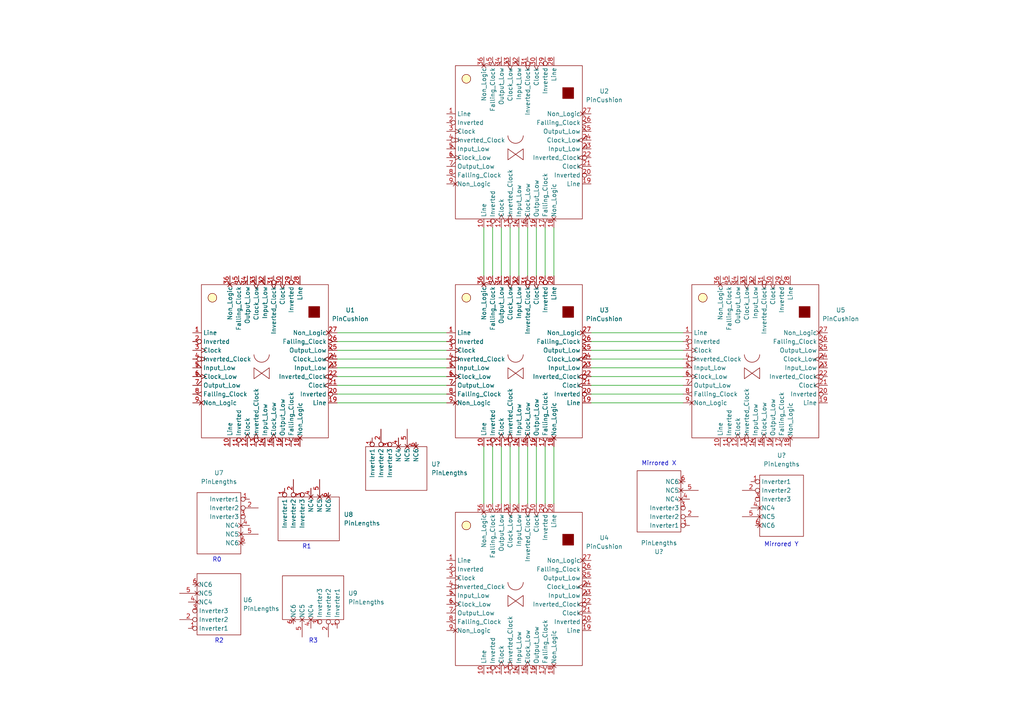
<source format=kicad_sch>
(kicad_sch (version 20211123) (generator eeschema)
  (paper "A4")
  (lib_symbols
    (symbol "PinCushion_1"
      (property "Reference" "U?" (at 22.86 23.495 0))
      (property "Value" "PinCushion_1" (at -18.415 -23.495 0))
      (symbol "PinCushion_1_0_1"
        (rectangle (start -12.7 21.59) (end 24.13 -22.86))
        (circle (center -9.525 17.78) (radius 1.27) (fill (type background)))
        (polyline (pts (xy 2.54 -2.54) (xy 6.985 -5.715) (xy 6.985 -2.54) (xy 2.54 -5.715) (xy 2.54 -2.54)))
        (arc (start 2.54 1.27) (mid 4.7625 -0.9893) (end 6.985 1.27))
        (rectangle (start 18.415 15.24) (end 21.59 12.065) (fill (type outline)))
      )
      (symbol "PinCushion_1_1_1"
        (pin bidirectional line (at -15.24 7.62 0) (length 2.54) (name "Line") (number "1"))
        (pin bidirectional line (at -4.445 -25.4 90) (length 2.54) (name "Line") (number "10"))
        (pin bidirectional inverted (at -1.905 -25.4 90) (length 2.54) (name "Inverted") (number "11"))
        (pin bidirectional clock (at 0.635 -25.4 90) (length 2.54) (name "Clock") (number "12"))
        (pin bidirectional inverted_clock (at 3.175 -25.4 90) (length 2.54) (name "Inverted_Clock") (number "13"))
        (pin bidirectional input_low (at 5.715 -25.4 90) (length 2.54) (name "Input_Low") (number "14"))
        (pin bidirectional clock_low (at 8.255 -25.4 90) (length 2.54) (name "Clock_Low") (number "15"))
        (pin bidirectional output_low (at 10.795 -25.4 90) (length 2.54) (name "Output_Low") (number "16"))
        (pin bidirectional edge_clock_high (at 13.335 -25.4 90) (length 2.54) (name "Falling_Clock") (number "17"))
        (pin bidirectional non_logic (at 15.875 -25.4 90) (length 2.54) (name "Non_Logic") (number "18"))
        (pin bidirectional line (at 26.67 -12.7 180) (length 2.54) (name "Line") (number "19"))
        (pin bidirectional inverted (at -15.24 5.08 0) (length 2.54) (name "Inverted") (number "2"))
        (pin bidirectional inverted (at 26.67 -10.16 180) (length 2.54) (name "Inverted") (number "20"))
        (pin bidirectional clock (at 26.67 -7.62 180) (length 2.54) (name "Clock") (number "21"))
        (pin bidirectional inverted_clock (at 26.67 -5.08 180) (length 2.54) (name "Inverted_Clock") (number "22"))
        (pin bidirectional input_low (at 26.67 -2.54 180) (length 2.54) (name "Input_Low") (number "23"))
        (pin bidirectional clock_low (at 26.67 0 180) (length 2.54) (name "Clock_Low") (number "24"))
        (pin bidirectional output_low (at 26.67 2.54 180) (length 2.54) (name "Output_Low") (number "25"))
        (pin bidirectional edge_clock_high (at 26.67 5.08 180) (length 2.54) (name "Falling_Clock") (number "26"))
        (pin bidirectional non_logic (at 26.67 7.62 180) (length 2.54) (name "Non_Logic") (number "27"))
        (pin bidirectional line (at 15.875 24.13 270) (length 2.54) (name "Line") (number "28"))
        (pin bidirectional inverted (at 13.335 24.13 270) (length 2.54) (name "Inverted") (number "29"))
        (pin bidirectional clock (at -15.24 2.54 0) (length 2.54) (name "Clock") (number "3"))
        (pin bidirectional clock (at 10.795 24.13 270) (length 2.54) (name "Clock") (number "30"))
        (pin bidirectional inverted_clock (at 8.255 24.13 270) (length 2.54) (name "Inverted_Clock") (number "31"))
        (pin bidirectional input_low (at 5.715 24.13 270) (length 2.54) (name "Input_Low") (number "32"))
        (pin bidirectional clock_low (at 3.175 24.13 270) (length 2.54) (name "Clock_Low") (number "33"))
        (pin bidirectional output_low (at 0.635 24.13 270) (length 2.54) (name "Output_Low") (number "34"))
        (pin bidirectional non_logic (at -4.445 24.13 270) (length 2.54) (name "Non_Logic") (number "36"))
        (pin bidirectional inverted_clock (at -15.24 0 0) (length 2.54) (name "Inverted_Clock") (number "4"))
        (pin bidirectional edge_clock_high (at -1.905 24.13 270) (length 2.54) (name "Falling_Clock") (number "45"))
        (pin bidirectional input_low (at -15.24 -2.54 0) (length 2.54) (name "Input_Low") (number "5"))
        (pin bidirectional clock_low (at -15.24 -5.08 0) (length 2.54) (name "Clock_Low") (number "6"))
        (pin bidirectional output_low (at -15.24 -7.62 0) (length 2.54) (name "Output_Low") (number "7"))
        (pin bidirectional edge_clock_high (at -15.24 -10.16 0) (length 2.54) (name "Falling_Clock") (number "8"))
        (pin bidirectional non_logic (at -15.24 -12.7 0) (length 2.54) (name "Non_Logic") (number "9"))
      )
    )
    (symbol "PinCushion_2"
      (property "Reference" "U?" (at 22.86 23.495 0))
      (property "Value" "PinCushion_2" (at -18.415 -23.495 0))
      (symbol "PinCushion_2_0_1"
        (rectangle (start -12.7 21.59) (end 24.13 -22.86))
        (circle (center -9.525 17.78) (radius 1.27) (fill (type background)))
        (polyline (pts (xy 2.54 -2.54) (xy 6.985 -5.715) (xy 6.985 -2.54) (xy 2.54 -5.715) (xy 2.54 -2.54)))
        (arc (start 2.54 1.27) (mid 4.7625 -0.9893) (end 6.985 1.27))
        (rectangle (start 18.415 15.24) (end 21.59 12.065) (fill (type outline)))
      )
      (symbol "PinCushion_2_1_1"
        (pin bidirectional line (at -15.24 7.62 0) (length 2.54) (name "Line") (number "1"))
        (pin bidirectional line (at -4.445 -25.4 90) (length 2.54) (name "Line") (number "10"))
        (pin bidirectional inverted (at -1.905 -25.4 90) (length 2.54) (name "Inverted") (number "11"))
        (pin bidirectional clock (at 0.635 -25.4 90) (length 2.54) (name "Clock") (number "12"))
        (pin bidirectional inverted_clock (at 3.175 -25.4 90) (length 2.54) (name "Inverted_Clock") (number "13"))
        (pin bidirectional input_low (at 5.715 -25.4 90) (length 2.54) (name "Input_Low") (number "14"))
        (pin bidirectional clock_low (at 8.255 -25.4 90) (length 2.54) (name "Clock_Low") (number "15"))
        (pin bidirectional output_low (at 10.795 -25.4 90) (length 2.54) (name "Output_Low") (number "16"))
        (pin bidirectional edge_clock_high (at 13.335 -25.4 90) (length 2.54) (name "Falling_Clock") (number "17"))
        (pin bidirectional non_logic (at 15.875 -25.4 90) (length 2.54) (name "Non_Logic") (number "18"))
        (pin bidirectional line (at 26.67 -12.7 180) (length 2.54) (name "Line") (number "19"))
        (pin bidirectional inverted (at -15.24 5.08 0) (length 2.54) (name "Inverted") (number "2"))
        (pin bidirectional inverted (at 26.67 -10.16 180) (length 2.54) (name "Inverted") (number "20"))
        (pin bidirectional clock (at 26.67 -7.62 180) (length 2.54) (name "Clock") (number "21"))
        (pin bidirectional inverted_clock (at 26.67 -5.08 180) (length 2.54) (name "Inverted_Clock") (number "22"))
        (pin bidirectional input_low (at 26.67 -2.54 180) (length 2.54) (name "Input_Low") (number "23"))
        (pin bidirectional clock_low (at 26.67 0 180) (length 2.54) (name "Clock_Low") (number "24"))
        (pin bidirectional output_low (at 26.67 2.54 180) (length 2.54) (name "Output_Low") (number "25"))
        (pin bidirectional edge_clock_high (at 26.67 5.08 180) (length 2.54) (name "Falling_Clock") (number "26"))
        (pin bidirectional non_logic (at 26.67 7.62 180) (length 2.54) (name "Non_Logic") (number "27"))
        (pin bidirectional line (at 15.875 24.13 270) (length 2.54) (name "Line") (number "28"))
        (pin bidirectional inverted (at 13.335 24.13 270) (length 2.54) (name "Inverted") (number "29"))
        (pin bidirectional clock (at -15.24 2.54 0) (length 2.54) (name "Clock") (number "3"))
        (pin bidirectional clock (at 10.795 24.13 270) (length 2.54) (name "Clock") (number "30"))
        (pin bidirectional inverted_clock (at 8.255 24.13 270) (length 2.54) (name "Inverted_Clock") (number "31"))
        (pin bidirectional input_low (at 5.715 24.13 270) (length 2.54) (name "Input_Low") (number "32"))
        (pin bidirectional clock_low (at 3.175 24.13 270) (length 2.54) (name "Clock_Low") (number "33"))
        (pin bidirectional output_low (at 0.635 24.13 270) (length 2.54) (name "Output_Low") (number "34"))
        (pin bidirectional non_logic (at -4.445 24.13 270) (length 2.54) (name "Non_Logic") (number "36"))
        (pin bidirectional inverted_clock (at -15.24 0 0) (length 2.54) (name "Inverted_Clock") (number "4"))
        (pin bidirectional edge_clock_high (at -1.905 24.13 270) (length 2.54) (name "Falling_Clock") (number "45"))
        (pin bidirectional input_low (at -15.24 -2.54 0) (length 2.54) (name "Input_Low") (number "5"))
        (pin bidirectional clock_low (at -15.24 -5.08 0) (length 2.54) (name "Clock_Low") (number "6"))
        (pin bidirectional output_low (at -15.24 -7.62 0) (length 2.54) (name "Output_Low") (number "7"))
        (pin bidirectional edge_clock_high (at -15.24 -10.16 0) (length 2.54) (name "Falling_Clock") (number "8"))
        (pin bidirectional non_logic (at -15.24 -12.7 0) (length 2.54) (name "Non_Logic") (number "9"))
      )
    )
    (symbol "PinCushion_3"
      (property "Reference" "U?" (at 22.86 23.495 0))
      (property "Value" "PinCushion_3" (at -18.415 -23.495 0))
      (symbol "PinCushion_3_0_1"
        (rectangle (start -12.7 21.59) (end 24.13 -22.86))
        (circle (center -9.525 17.78) (radius 1.27) (fill (type background)))
        (polyline (pts (xy 2.54 -2.54) (xy 6.985 -5.715) (xy 6.985 -2.54) (xy 2.54 -5.715) (xy 2.54 -2.54)))
        (arc (start 2.54 1.27) (mid 4.7625 -0.9893) (end 6.985 1.27))
        (rectangle (start 18.415 15.24) (end 21.59 12.065) (fill (type outline)))
      )
      (symbol "PinCushion_3_1_1"
        (pin bidirectional line (at -15.24 7.62 0) (length 2.54) (name "Line") (number "1"))
        (pin bidirectional line (at -4.445 -25.4 90) (length 2.54) (name "Line") (number "10"))
        (pin bidirectional inverted (at -1.905 -25.4 90) (length 2.54) (name "Inverted") (number "11"))
        (pin bidirectional clock (at 0.635 -25.4 90) (length 2.54) (name "Clock") (number "12"))
        (pin bidirectional inverted_clock (at 3.175 -25.4 90) (length 2.54) (name "Inverted_Clock") (number "13"))
        (pin bidirectional input_low (at 5.715 -25.4 90) (length 2.54) (name "Input_Low") (number "14"))
        (pin bidirectional clock_low (at 8.255 -25.4 90) (length 2.54) (name "Clock_Low") (number "15"))
        (pin bidirectional output_low (at 10.795 -25.4 90) (length 2.54) (name "Output_Low") (number "16"))
        (pin bidirectional edge_clock_high (at 13.335 -25.4 90) (length 2.54) (name "Falling_Clock") (number "17"))
        (pin bidirectional non_logic (at 15.875 -25.4 90) (length 2.54) (name "Non_Logic") (number "18"))
        (pin bidirectional line (at 26.67 -12.7 180) (length 2.54) (name "Line") (number "19"))
        (pin bidirectional inverted (at -15.24 5.08 0) (length 2.54) (name "Inverted") (number "2"))
        (pin bidirectional inverted (at 26.67 -10.16 180) (length 2.54) (name "Inverted") (number "20"))
        (pin bidirectional clock (at 26.67 -7.62 180) (length 2.54) (name "Clock") (number "21"))
        (pin bidirectional inverted_clock (at 26.67 -5.08 180) (length 2.54) (name "Inverted_Clock") (number "22"))
        (pin bidirectional input_low (at 26.67 -2.54 180) (length 2.54) (name "Input_Low") (number "23"))
        (pin bidirectional clock_low (at 26.67 0 180) (length 2.54) (name "Clock_Low") (number "24"))
        (pin bidirectional output_low (at 26.67 2.54 180) (length 2.54) (name "Output_Low") (number "25"))
        (pin bidirectional edge_clock_high (at 26.67 5.08 180) (length 2.54) (name "Falling_Clock") (number "26"))
        (pin bidirectional non_logic (at 26.67 7.62 180) (length 2.54) (name "Non_Logic") (number "27"))
        (pin bidirectional line (at 15.875 24.13 270) (length 2.54) (name "Line") (number "28"))
        (pin bidirectional inverted (at 13.335 24.13 270) (length 2.54) (name "Inverted") (number "29"))
        (pin bidirectional clock (at -15.24 2.54 0) (length 2.54) (name "Clock") (number "3"))
        (pin bidirectional clock (at 10.795 24.13 270) (length 2.54) (name "Clock") (number "30"))
        (pin bidirectional inverted_clock (at 8.255 24.13 270) (length 2.54) (name "Inverted_Clock") (number "31"))
        (pin bidirectional input_low (at 5.715 24.13 270) (length 2.54) (name "Input_Low") (number "32"))
        (pin bidirectional clock_low (at 3.175 24.13 270) (length 2.54) (name "Clock_Low") (number "33"))
        (pin bidirectional output_low (at 0.635 24.13 270) (length 2.54) (name "Output_Low") (number "34"))
        (pin bidirectional non_logic (at -4.445 24.13 270) (length 2.54) (name "Non_Logic") (number "36"))
        (pin bidirectional inverted_clock (at -15.24 0 0) (length 2.54) (name "Inverted_Clock") (number "4"))
        (pin bidirectional edge_clock_high (at -1.905 24.13 270) (length 2.54) (name "Falling_Clock") (number "45"))
        (pin bidirectional input_low (at -15.24 -2.54 0) (length 2.54) (name "Input_Low") (number "5"))
        (pin bidirectional clock_low (at -15.24 -5.08 0) (length 2.54) (name "Clock_Low") (number "6"))
        (pin bidirectional output_low (at -15.24 -7.62 0) (length 2.54) (name "Output_Low") (number "7"))
        (pin bidirectional edge_clock_high (at -15.24 -10.16 0) (length 2.54) (name "Falling_Clock") (number "8"))
        (pin bidirectional non_logic (at -15.24 -12.7 0) (length 2.54) (name "Non_Logic") (number "9"))
      )
    )
    (symbol "PinCushion_4"
      (property "Reference" "U?" (at 22.86 23.495 0))
      (property "Value" "PinCushion_4" (at -18.415 -23.495 0))
      (symbol "PinCushion_4_0_1"
        (rectangle (start -12.7 21.59) (end 24.13 -22.86))
        (circle (center -9.525 17.78) (radius 1.27) (fill (type background)))
        (polyline (pts (xy 2.54 -2.54) (xy 6.985 -5.715) (xy 6.985 -2.54) (xy 2.54 -5.715) (xy 2.54 -2.54)))
        (arc (start 2.54 1.27) (mid 4.7625 -0.9893) (end 6.985 1.27))
        (rectangle (start 18.415 15.24) (end 21.59 12.065) (fill (type outline)))
      )
      (symbol "PinCushion_4_1_1"
        (pin bidirectional line (at -15.24 7.62 0) (length 2.54) (name "Line") (number "1"))
        (pin bidirectional line (at -4.445 -25.4 90) (length 2.54) (name "Line") (number "10"))
        (pin bidirectional inverted (at -1.905 -25.4 90) (length 2.54) (name "Inverted") (number "11"))
        (pin bidirectional clock (at 0.635 -25.4 90) (length 2.54) (name "Clock") (number "12"))
        (pin bidirectional inverted_clock (at 3.175 -25.4 90) (length 2.54) (name "Inverted_Clock") (number "13"))
        (pin bidirectional input_low (at 5.715 -25.4 90) (length 2.54) (name "Input_Low") (number "14"))
        (pin bidirectional clock_low (at 8.255 -25.4 90) (length 2.54) (name "Clock_Low") (number "15"))
        (pin bidirectional output_low (at 10.795 -25.4 90) (length 2.54) (name "Output_Low") (number "16"))
        (pin bidirectional edge_clock_high (at 13.335 -25.4 90) (length 2.54) (name "Falling_Clock") (number "17"))
        (pin bidirectional non_logic (at 15.875 -25.4 90) (length 2.54) (name "Non_Logic") (number "18"))
        (pin bidirectional line (at 26.67 -12.7 180) (length 2.54) (name "Line") (number "19"))
        (pin bidirectional inverted (at -15.24 5.08 0) (length 2.54) (name "Inverted") (number "2"))
        (pin bidirectional inverted (at 26.67 -10.16 180) (length 2.54) (name "Inverted") (number "20"))
        (pin bidirectional clock (at 26.67 -7.62 180) (length 2.54) (name "Clock") (number "21"))
        (pin bidirectional inverted_clock (at 26.67 -5.08 180) (length 2.54) (name "Inverted_Clock") (number "22"))
        (pin bidirectional input_low (at 26.67 -2.54 180) (length 2.54) (name "Input_Low") (number "23"))
        (pin bidirectional clock_low (at 26.67 0 180) (length 2.54) (name "Clock_Low") (number "24"))
        (pin bidirectional output_low (at 26.67 2.54 180) (length 2.54) (name "Output_Low") (number "25"))
        (pin bidirectional edge_clock_high (at 26.67 5.08 180) (length 2.54) (name "Falling_Clock") (number "26"))
        (pin bidirectional non_logic (at 26.67 7.62 180) (length 2.54) (name "Non_Logic") (number "27"))
        (pin bidirectional line (at 15.875 24.13 270) (length 2.54) (name "Line") (number "28"))
        (pin bidirectional inverted (at 13.335 24.13 270) (length 2.54) (name "Inverted") (number "29"))
        (pin bidirectional clock (at -15.24 2.54 0) (length 2.54) (name "Clock") (number "3"))
        (pin bidirectional clock (at 10.795 24.13 270) (length 2.54) (name "Clock") (number "30"))
        (pin bidirectional inverted_clock (at 8.255 24.13 270) (length 2.54) (name "Inverted_Clock") (number "31"))
        (pin bidirectional input_low (at 5.715 24.13 270) (length 2.54) (name "Input_Low") (number "32"))
        (pin bidirectional clock_low (at 3.175 24.13 270) (length 2.54) (name "Clock_Low") (number "33"))
        (pin bidirectional output_low (at 0.635 24.13 270) (length 2.54) (name "Output_Low") (number "34"))
        (pin bidirectional non_logic (at -4.445 24.13 270) (length 2.54) (name "Non_Logic") (number "36"))
        (pin bidirectional inverted_clock (at -15.24 0 0) (length 2.54) (name "Inverted_Clock") (number "4"))
        (pin bidirectional edge_clock_high (at -1.905 24.13 270) (length 2.54) (name "Falling_Clock") (number "45"))
        (pin bidirectional input_low (at -15.24 -2.54 0) (length 2.54) (name "Input_Low") (number "5"))
        (pin bidirectional clock_low (at -15.24 -5.08 0) (length 2.54) (name "Clock_Low") (number "6"))
        (pin bidirectional output_low (at -15.24 -7.62 0) (length 2.54) (name "Output_Low") (number "7"))
        (pin bidirectional edge_clock_high (at -15.24 -10.16 0) (length 2.54) (name "Falling_Clock") (number "8"))
        (pin bidirectional non_logic (at -15.24 -12.7 0) (length 2.54) (name "Non_Logic") (number "9"))
      )
    )
    (symbol "PinLengths_1"
      (property "Reference" "U" (at -9.525 5.715 0))
      (property "Value" "PinLengths_1" (at -3.175 -15.24 0))
      (symbol "PinLengths_1_0_1"
        (rectangle (start -10.16 4.445) (end 2.54 -13.335))
      )
      (symbol "PinLengths_1_1_1"
        (pin bidirectional inverted (at 5.08 2.54 180) (length 2.54) (name "Inverter1") (number "1"))
        (pin bidirectional inverted (at 7.62 0 180) (length 5.08) (name "Inverter2") (number "2"))
        (pin bidirectional inverted (at 3.81 -2.54 180) (length 1.27) (name "Inverter3") (number "3"))
        (pin bidirectional non_logic (at 5.08 -5.08 180) (length 2.54) (name "NC4") (number "4"))
        (pin bidirectional non_logic (at 7.62 -7.62 180) (length 5.08) (name "NC5") (number "5"))
        (pin bidirectional non_logic (at 3.81 -10.16 180) (length 1.27) (name "NC6") (number "6"))
      )
    )
    (symbol "PinLengths_2"
      (property "Reference" "U" (at -9.525 5.715 0))
      (property "Value" "PinLengths_2" (at -3.175 -15.24 0))
      (symbol "PinLengths_2_0_1"
        (rectangle (start -10.16 4.445) (end 2.54 -13.335))
      )
      (symbol "PinLengths_2_1_1"
        (pin bidirectional inverted (at 5.08 2.54 180) (length 2.54) (name "Inverter1") (number "1"))
        (pin bidirectional inverted (at 7.62 0 180) (length 5.08) (name "Inverter2") (number "2"))
        (pin bidirectional inverted (at 3.81 -2.54 180) (length 1.27) (name "Inverter3") (number "3"))
        (pin bidirectional non_logic (at 5.08 -5.08 180) (length 2.54) (name "NC4") (number "4"))
        (pin bidirectional non_logic (at 7.62 -7.62 180) (length 5.08) (name "NC5") (number "5"))
        (pin bidirectional non_logic (at 3.81 -10.16 180) (length 1.27) (name "NC6") (number "6"))
      )
    )
    (symbol "PinLengths_3"
      (property "Reference" "U" (at -9.525 5.715 0))
      (property "Value" "PinLengths_3" (at -3.175 -15.24 0))
      (symbol "PinLengths_3_0_1"
        (rectangle (start -10.16 4.445) (end 2.54 -13.335))
      )
      (symbol "PinLengths_3_1_1"
        (pin bidirectional inverted (at 5.08 2.54 180) (length 2.54) (name "Inverter1") (number "1"))
        (pin bidirectional inverted (at 7.62 0 180) (length 5.08) (name "Inverter2") (number "2"))
        (pin bidirectional inverted (at 3.81 -2.54 180) (length 1.27) (name "Inverter3") (number "3"))
        (pin bidirectional non_logic (at 5.08 -5.08 180) (length 2.54) (name "NC4") (number "4"))
        (pin bidirectional non_logic (at 7.62 -7.62 180) (length 5.08) (name "NC5") (number "5"))
        (pin bidirectional non_logic (at 3.81 -10.16 180) (length 1.27) (name "NC6") (number "6"))
      )
    )
    (symbol "PinLengths_4"
      (property "Reference" "U" (at -9.525 5.715 0))
      (property "Value" "PinLengths_4" (at -3.175 -15.24 0))
      (symbol "PinLengths_4_0_1"
        (rectangle (start -10.16 4.445) (end 2.54 -13.335))
      )
      (symbol "PinLengths_4_1_1"
        (pin bidirectional inverted (at 5.08 2.54 180) (length 2.54) (name "Inverter1") (number "1"))
        (pin bidirectional inverted (at 7.62 0 180) (length 5.08) (name "Inverter2") (number "2"))
        (pin bidirectional inverted (at 3.81 -2.54 180) (length 1.27) (name "Inverter3") (number "3"))
        (pin bidirectional non_logic (at 5.08 -5.08 180) (length 2.54) (name "NC4") (number "4"))
        (pin bidirectional non_logic (at 7.62 -7.62 180) (length 5.08) (name "NC5") (number "5"))
        (pin bidirectional non_logic (at 3.81 -10.16 180) (length 1.27) (name "NC6") (number "6"))
      )
    )
    (symbol "symbols:PinCushion"
      (property "Reference" "U?" (at 22.86 23.495 0))
      (property "Value" "PinCushion" (at -18.415 -23.495 0))
      (symbol "PinCushion_0_1"
        (rectangle (start -12.7 21.59) (end 24.13 -22.86))
        (circle (center -9.525 17.78) (radius 1.27) (fill (type background)))
        (polyline (pts (xy 2.54 -2.54) (xy 6.985 -5.715) (xy 6.985 -2.54) (xy 2.54 -5.715) (xy 2.54 -2.54)))
        (arc (start 2.54 1.27) (mid 4.7625 -0.9893) (end 6.985 1.27))
        (rectangle (start 18.415 15.24) (end 21.59 12.065) (fill (type outline)))
      )
      (symbol "PinCushion_1_1"
        (pin bidirectional line (at -15.24 7.62 0) (length 2.54) (name "Line") (number "1"))
        (pin bidirectional line (at -4.445 -25.4 90) (length 2.54) (name "Line") (number "10"))
        (pin bidirectional inverted (at -1.905 -25.4 90) (length 2.54) (name "Inverted") (number "11"))
        (pin bidirectional clock (at 0.635 -25.4 90) (length 2.54) (name "Clock") (number "12"))
        (pin bidirectional inverted_clock (at 3.175 -25.4 90) (length 2.54) (name "Inverted_Clock") (number "13"))
        (pin bidirectional input_low (at 5.715 -25.4 90) (length 2.54) (name "Input_Low") (number "14"))
        (pin bidirectional clock_low (at 8.255 -25.4 90) (length 2.54) (name "Clock_Low") (number "15"))
        (pin bidirectional output_low (at 10.795 -25.4 90) (length 2.54) (name "Output_Low") (number "16"))
        (pin bidirectional edge_clock_high (at 13.335 -25.4 90) (length 2.54) (name "Falling_Clock") (number "17"))
        (pin bidirectional non_logic (at 15.875 -25.4 90) (length 2.54) (name "Non_Logic") (number "18"))
        (pin bidirectional line (at 26.67 -12.7 180) (length 2.54) (name "Line") (number "19"))
        (pin bidirectional inverted (at -15.24 5.08 0) (length 2.54) (name "Inverted") (number "2"))
        (pin bidirectional inverted (at 26.67 -10.16 180) (length 2.54) (name "Inverted") (number "20"))
        (pin bidirectional clock (at 26.67 -7.62 180) (length 2.54) (name "Clock") (number "21"))
        (pin bidirectional inverted_clock (at 26.67 -5.08 180) (length 2.54) (name "Inverted_Clock") (number "22"))
        (pin bidirectional input_low (at 26.67 -2.54 180) (length 2.54) (name "Input_Low") (number "23"))
        (pin bidirectional clock_low (at 26.67 0 180) (length 2.54) (name "Clock_Low") (number "24"))
        (pin bidirectional output_low (at 26.67 2.54 180) (length 2.54) (name "Output_Low") (number "25"))
        (pin bidirectional edge_clock_high (at 26.67 5.08 180) (length 2.54) (name "Falling_Clock") (number "26"))
        (pin bidirectional non_logic (at 26.67 7.62 180) (length 2.54) (name "Non_Logic") (number "27"))
        (pin bidirectional line (at 15.875 24.13 270) (length 2.54) (name "Line") (number "28"))
        (pin bidirectional inverted (at 13.335 24.13 270) (length 2.54) (name "Inverted") (number "29"))
        (pin bidirectional clock (at -15.24 2.54 0) (length 2.54) (name "Clock") (number "3"))
        (pin bidirectional clock (at 10.795 24.13 270) (length 2.54) (name "Clock") (number "30"))
        (pin bidirectional inverted_clock (at 8.255 24.13 270) (length 2.54) (name "Inverted_Clock") (number "31"))
        (pin bidirectional input_low (at 5.715 24.13 270) (length 2.54) (name "Input_Low") (number "32"))
        (pin bidirectional clock_low (at 3.175 24.13 270) (length 2.54) (name "Clock_Low") (number "33"))
        (pin bidirectional output_low (at 0.635 24.13 270) (length 2.54) (name "Output_Low") (number "34"))
        (pin bidirectional non_logic (at -4.445 24.13 270) (length 2.54) (name "Non_Logic") (number "36"))
        (pin bidirectional inverted_clock (at -15.24 0 0) (length 2.54) (name "Inverted_Clock") (number "4"))
        (pin bidirectional edge_clock_high (at -1.905 24.13 270) (length 2.54) (name "Falling_Clock") (number "45"))
        (pin bidirectional input_low (at -15.24 -2.54 0) (length 2.54) (name "Input_Low") (number "5"))
        (pin bidirectional clock_low (at -15.24 -5.08 0) (length 2.54) (name "Clock_Low") (number "6"))
        (pin bidirectional output_low (at -15.24 -7.62 0) (length 2.54) (name "Output_Low") (number "7"))
        (pin bidirectional edge_clock_high (at -15.24 -10.16 0) (length 2.54) (name "Falling_Clock") (number "8"))
        (pin bidirectional non_logic (at -15.24 -12.7 0) (length 2.54) (name "Non_Logic") (number "9"))
      )
    )
    (symbol "symbols:PinLengths"
      (property "Reference" "U" (at -9.525 5.715 0))
      (property "Value" "PinLengths" (at -3.175 -15.24 0))
      (symbol "PinLengths_0_1"
        (rectangle (start -10.16 4.445) (end 2.54 -13.335))
      )
      (symbol "PinLengths_1_1"
        (pin bidirectional inverted (at 5.08 2.54 180) (length 2.54) (name "Inverter1") (number "1"))
        (pin bidirectional inverted (at 7.62 0 180) (length 5.08) (name "Inverter2") (number "2"))
        (pin bidirectional inverted (at 3.81 -2.54 180) (length 1.27) (name "Inverter3") (number "3"))
        (pin bidirectional non_logic (at 5.08 -5.08 180) (length 2.54) (name "NC4") (number "4"))
        (pin bidirectional non_logic (at 7.62 -7.62 180) (length 5.08) (name "NC5") (number "5"))
        (pin bidirectional non_logic (at 3.81 -10.16 180) (length 1.27) (name "NC6") (number "6"))
      )
    )
  )
  (wire (pts (xy 145.415 66.04) (xy 145.415 80.01)))
  (wire (pts (xy 142.875 129.54) (xy 142.875 146.05)))
  (wire (pts (xy 171.45 96.52) (xy 198.12 96.52)))
  (wire (pts (xy 171.45 111.76) (xy 198.12 111.76)))
  (wire (pts (xy 155.575 66.04) (xy 155.575 80.01)))
  (wire (pts (xy 97.79 106.68) (xy 129.54 106.68)))
  (wire (pts (xy 171.45 106.68) (xy 198.12 106.68)))
  (wire (pts (xy 145.415 129.54) (xy 145.415 146.05)))
  (wire (pts (xy 160.655 66.04) (xy 160.655 80.01)))
  (wire (pts (xy 142.875 66.04) (xy 142.875 80.01)))
  (wire (pts (xy 171.45 99.06) (xy 198.12 99.06)))
  (wire (pts (xy 171.45 114.3) (xy 198.12 114.3)))
  (wire (pts (xy 147.955 129.54) (xy 147.955 146.05)))
  (wire (pts (xy 97.79 114.3) (xy 129.54 114.3)))
  (wire (pts (xy 171.45 116.84) (xy 198.12 116.84)))
  (wire (pts (xy 97.79 116.84) (xy 129.54 116.84)))
  (wire (pts (xy 171.45 109.22) (xy 198.12 109.22)))
  (wire (pts (xy 140.335 129.54) (xy 140.335 146.05)))
  (wire (pts (xy 160.655 129.54) (xy 160.655 146.05)))
  (wire (pts (xy 97.79 99.06) (xy 129.54 99.06)))
  (wire (pts (xy 153.035 66.04) (xy 153.035 80.01)))
  (wire (pts (xy 158.115 66.04) (xy 158.115 80.01)))
  (wire (pts (xy 97.79 96.52) (xy 129.54 96.52)))
  (wire (pts (xy 155.575 129.54) (xy 155.575 146.05)))
  (wire (pts (xy 158.115 129.54) (xy 158.115 146.05)))
  (wire (pts (xy 153.035 129.54) (xy 153.035 146.05)))
  (wire (pts (xy 150.495 66.04) (xy 150.495 80.01)))
  (wire (pts (xy 140.335 66.04) (xy 140.335 80.01)))
  (wire (pts (xy 150.495 129.54) (xy 150.495 146.05)))
  (wire (pts (xy 97.79 109.22) (xy 129.54 109.22)))
  (wire (pts (xy 97.79 111.76) (xy 129.54 111.76)))
  (wire (pts (xy 147.955 66.04) (xy 147.955 80.01)))
  (wire (pts (xy 97.79 104.14) (xy 129.54 104.14)))
  (wire (pts (xy 97.79 101.6) (xy 129.54 101.6)))
  (wire (pts (xy 171.45 104.14) (xy 198.12 104.14)))
  (wire (pts (xy 171.45 101.6) (xy 198.12 101.6)))
  (text "R3" (at 89.535 186.69 0) (effects (font (size 1.27 1.27)) (justify left bottom)))
  (text "Mirrored X" (at 186.055 135.255 0) (effects (font (size 1.27 1.27)) (justify left bottom)))
  (text "R1" (at 87.63 159.385 0) (effects (font (size 1.27 1.27)) (justify left bottom)))
  (text "R2" (at 62.23 186.69 0) (effects (font (size 1.27 1.27)) (justify left bottom)))
  (text "Mirrored Y" (at 221.615 158.75 0) (effects (font (size 1.27 1.27)) (justify left bottom)))
  (text "R0" (at 61.595 163.195 0) (effects (font (size 1.27 1.27)) (justify left bottom)))
  (symbol (lib_id "symbols:PinLengths") (at 194.945 149.86 0) (mirror x) (unit 1)
    (property "Reference" "U?" (at 191.135 160.02 0))
    (property "Value" "PinLengths" (at 191.135 157.48 0))
  )
  (symbol (lib_name "PinCushion_2") (lib_id "symbols:PinCushion") (at 144.78 40.64 0) (unit 1)
    (property "Reference" "U2" (at 175.26 26.4412 0))
    (property "Value" "PinCushion" (at 175.26 28.9812 0))
  )
  (symbol (lib_name "PinLengths_1") (lib_id "symbols:PinLengths") (at 110.49 132.08 90) (unit 1)
    (property "Reference" "U?" (at 125.095 134.6199 90) (effects (justify right)))
    (property "Value" "PinLengths" (at 125.095 137.1599 90) (effects (justify right)))
  )
  (symbol (lib_name "PinCushion_4") (lib_id "symbols:PinCushion") (at 71.12 104.14 0) (unit 1)
    (property "Reference" "U1" (at 101.6 89.9412 0))
    (property "Value" "PinCushion" (at 101.6 92.4812 0))
  )
  (symbol (lib_name "PinCushion_1") (lib_id "symbols:PinCushion") (at 144.78 104.14 0) (unit 1)
    (property "Reference" "U3" (at 175.26 89.9412 0))
    (property "Value" "PinCushion" (at 175.26 92.4812 0))
  )
  (symbol (lib_id "symbols:PinLengths") (at 222.885 142.24 0) (mirror y) (unit 1)
    (property "Reference" "U?" (at 226.695 132.08 0))
    (property "Value" "PinLengths" (at 226.695 134.62 0))
  )
  (symbol (lib_name "PinCushion_3") (lib_id "symbols:PinCushion") (at 213.36 104.14 0) (unit 1)
    (property "Reference" "U5" (at 243.84 89.9412 0))
    (property "Value" "PinCushion" (at 243.84 92.4812 0))
  )
  (symbol (lib_id "symbols:PinLengths") (at 67.31 147.32 0) (unit 1)
    (property "Reference" "U7" (at 63.5 137.16 0))
    (property "Value" "PinLengths" (at 63.5 139.7 0))
  )
  (symbol (lib_id "symbols:PinCushion") (at 144.78 170.18 0) (unit 1)
    (property "Reference" "U4" (at 175.26 155.9812 0))
    (property "Value" "PinCushion" (at 175.26 158.5212 0))
  )
  (symbol (lib_name "PinLengths_3") (lib_id "symbols:PinLengths") (at 95.25 177.165 270) (unit 1)
    (property "Reference" "U9" (at 100.965 172.0849 90) (effects (justify left)))
    (property "Value" "PinLengths" (at 100.965 174.6249 90) (effects (justify left)))
  )
  (symbol (lib_name "PinLengths_2") (lib_id "symbols:PinLengths") (at 85.09 146.685 90) (unit 1)
    (property "Reference" "U8" (at 99.695 149.2249 90) (effects (justify right)))
    (property "Value" "PinLengths" (at 99.695 151.7649 90) (effects (justify right)))
  )
  (symbol (lib_name "PinLengths_4") (lib_id "symbols:PinLengths") (at 59.69 179.705 180) (unit 1)
    (property "Reference" "U6" (at 70.485 173.9899 0) (effects (justify right)))
    (property "Value" "PinLengths" (at 70.485 176.5299 0) (effects (justify right)))
  )
)
</source>
